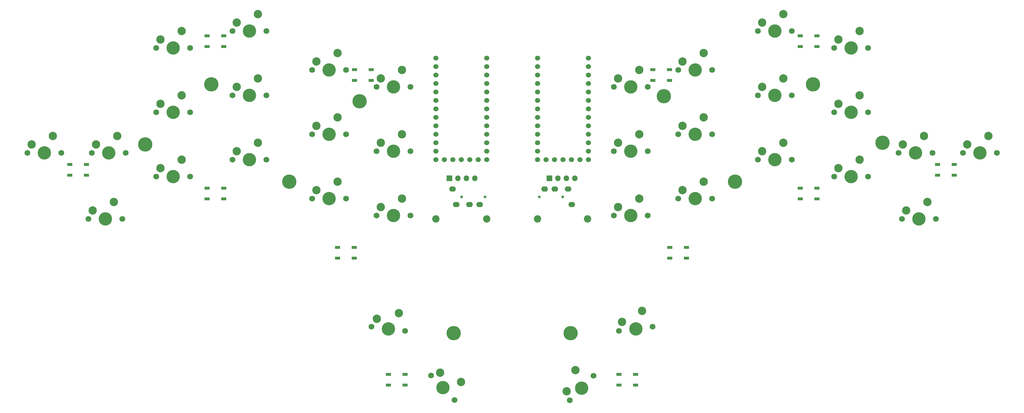
<source format=gbs>
G04 #@! TF.GenerationSoftware,KiCad,Pcbnew,7.0.1*
G04 #@! TF.CreationDate,2023-04-24T22:18:50+02:00*
G04 #@! TF.ProjectId,yeti,79657469-2e6b-4696-9361-645f70636258,rev?*
G04 #@! TF.SameCoordinates,Original*
G04 #@! TF.FileFunction,Soldermask,Bot*
G04 #@! TF.FilePolarity,Negative*
%FSLAX46Y46*%
G04 Gerber Fmt 4.6, Leading zero omitted, Abs format (unit mm)*
G04 Created by KiCad (PCBNEW 7.0.1) date 2023-04-24 22:18:50*
%MOMM*%
%LPD*%
G01*
G04 APERTURE LIST*
%ADD10C,1.750000*%
%ADD11C,4.000000*%
%ADD12C,2.500000*%
%ADD13C,4.300000*%
%ADD14R,1.700000X1.700000*%
%ADD15O,1.700000X1.700000*%
%ADD16C,0.800000*%
%ADD17O,2.000000X1.600000*%
%ADD18C,2.200000*%
%ADD19C,1.524000*%
%ADD20R,1.501140X0.899160*%
G04 APERTURE END LIST*
D10*
X66040000Y-44196000D03*
D11*
X71120000Y-44196000D03*
D10*
X76200000Y-44196000D03*
D12*
X67310000Y-41656000D03*
X73660000Y-39116000D03*
D10*
X43180000Y-68580000D03*
D11*
X48260000Y-68580000D03*
D10*
X53340000Y-68580000D03*
D12*
X44450000Y-66040000D03*
X50800000Y-63500000D03*
D13*
X195326000Y-44450000D03*
D10*
X125590820Y-128317572D03*
D11*
X129119685Y-131971818D03*
D10*
X132648550Y-135626064D03*
D12*
X128300160Y-127466701D03*
X134538363Y-130270077D03*
D10*
X265684000Y-61468000D03*
D11*
X270764000Y-61468000D03*
D10*
X275844000Y-61468000D03*
D12*
X266954000Y-58928000D03*
X273304000Y-56388000D03*
D10*
X89916000Y-36576000D03*
D11*
X94996000Y-36576000D03*
D10*
X100076000Y-36576000D03*
D12*
X91186000Y-34036000D03*
X97536000Y-31496000D03*
D14*
X161036000Y-69088000D03*
D15*
X163576000Y-69088000D03*
X166116000Y-69088000D03*
X168656000Y-69088000D03*
D10*
X223520000Y-44196000D03*
D11*
X228600000Y-44196000D03*
D10*
X233680000Y-44196000D03*
D12*
X224790000Y-41656000D03*
X231140000Y-39116000D03*
D16*
X141732000Y-74676000D03*
X134732000Y-74676000D03*
D17*
X132032000Y-72376000D03*
X133132000Y-76976000D03*
X137132000Y-76976000D03*
X140132000Y-76976000D03*
D10*
X246380000Y-68580000D03*
D11*
X251460000Y-68580000D03*
D10*
X256540000Y-68580000D03*
D12*
X247650000Y-66040000D03*
X254000000Y-63500000D03*
D13*
X240030000Y-40894000D03*
D10*
X266700000Y-81280000D03*
D11*
X271780000Y-81280000D03*
D10*
X276860000Y-81280000D03*
D12*
X267970000Y-78740000D03*
X274320000Y-76200000D03*
D10*
X43180000Y-29972000D03*
D11*
X48260000Y-29972000D03*
D10*
X53340000Y-29972000D03*
D12*
X44450000Y-27432000D03*
X50800000Y-24892000D03*
D13*
X260858000Y-58420000D03*
D18*
X157480000Y-81280000D03*
X172466000Y-81280000D03*
D10*
X23876000Y-61468000D03*
D11*
X28956000Y-61468000D03*
D10*
X34036000Y-61468000D03*
D12*
X25146000Y-58928000D03*
X31496000Y-56388000D03*
D10*
X66040000Y-63500000D03*
D11*
X71120000Y-63500000D03*
D10*
X76200000Y-63500000D03*
D12*
X67310000Y-60960000D03*
X73660000Y-58420000D03*
D10*
X109220000Y-41656000D03*
D11*
X114300000Y-41656000D03*
D10*
X119380000Y-41656000D03*
D12*
X110490000Y-39116000D03*
X116840000Y-36576000D03*
D10*
X43180000Y-49276000D03*
D11*
X48260000Y-49276000D03*
D10*
X53340000Y-49276000D03*
D12*
X44450000Y-46736000D03*
X50800000Y-44196000D03*
D10*
X199644000Y-75184000D03*
D11*
X204724000Y-75184000D03*
D10*
X209804000Y-75184000D03*
D12*
X200914000Y-72644000D03*
X207264000Y-70104000D03*
D13*
X59690000Y-40894000D03*
X216662000Y-70104000D03*
D14*
X131064000Y-69088000D03*
D15*
X133604000Y-69088000D03*
X136144000Y-69088000D03*
X138684000Y-69088000D03*
D10*
X223520000Y-24892000D03*
D11*
X228600000Y-24892000D03*
D10*
X233680000Y-24892000D03*
D12*
X224790000Y-22352000D03*
X231140000Y-19812000D03*
D16*
X158031500Y-74676000D03*
X165031500Y-74676000D03*
D17*
X167731500Y-76976000D03*
X166631500Y-72376000D03*
X162631500Y-72376000D03*
X159631500Y-72376000D03*
D19*
X127000000Y-33020000D03*
X127000000Y-35560000D03*
X127000000Y-38100000D03*
X127000000Y-40640000D03*
X127000000Y-43180000D03*
X127000000Y-45720000D03*
X127000000Y-48260000D03*
X127000000Y-50800000D03*
X127000000Y-53340000D03*
X127000000Y-55880000D03*
X127000000Y-58420000D03*
X127000000Y-60960000D03*
X127000000Y-63500000D03*
X129540000Y-63500000D03*
X132080000Y-63500000D03*
X134620000Y-63500000D03*
X137160000Y-63500000D03*
X139700000Y-63500000D03*
X142240000Y-63500000D03*
X142240000Y-60960000D03*
X142240000Y-58420000D03*
X142240000Y-55880000D03*
X142240000Y-53340000D03*
X142240000Y-50800000D03*
X142240000Y-48260000D03*
X142240000Y-45720000D03*
X142240000Y-43180000D03*
X142240000Y-40640000D03*
X142240000Y-38100000D03*
X142240000Y-35560000D03*
X142240000Y-33020000D03*
D10*
X109220000Y-80264000D03*
D11*
X114300000Y-80264000D03*
D10*
X119380000Y-80264000D03*
D12*
X110490000Y-77724000D03*
X116840000Y-75184000D03*
D10*
X246380000Y-29972000D03*
D11*
X251460000Y-29972000D03*
D10*
X256540000Y-29972000D03*
D12*
X247650000Y-27432000D03*
X254000000Y-24892000D03*
D10*
X109220000Y-60960000D03*
D11*
X114300000Y-60960000D03*
D10*
X119380000Y-60960000D03*
D12*
X110490000Y-58420000D03*
X116840000Y-55880000D03*
D10*
X223520000Y-63500000D03*
D11*
X228600000Y-63500000D03*
D10*
X233680000Y-63500000D03*
D12*
X224790000Y-60960000D03*
X231140000Y-58420000D03*
D10*
X180340000Y-60960000D03*
D11*
X185420000Y-60960000D03*
D10*
X190500000Y-60960000D03*
D12*
X181610000Y-58420000D03*
X187960000Y-55880000D03*
D19*
X157480000Y-33020000D03*
X157480000Y-35560000D03*
X157480000Y-38100000D03*
X157480000Y-40640000D03*
X157480000Y-43180000D03*
X157480000Y-45720000D03*
X157480000Y-48260000D03*
X157480000Y-50800000D03*
X157480000Y-53340000D03*
X157480000Y-55880000D03*
X157480000Y-58420000D03*
X157480000Y-60960000D03*
X157480000Y-63500000D03*
X160020000Y-63500000D03*
X162560000Y-63500000D03*
X165100000Y-63500000D03*
X167640000Y-63500000D03*
X170180000Y-63500000D03*
X172720000Y-63500000D03*
X172720000Y-60960000D03*
X172720000Y-58420000D03*
X172720000Y-55880000D03*
X172720000Y-53340000D03*
X172720000Y-50800000D03*
X172720000Y-48260000D03*
X172720000Y-45720000D03*
X172720000Y-43180000D03*
X172720000Y-40640000D03*
X172720000Y-38100000D03*
X172720000Y-35560000D03*
X172720000Y-33020000D03*
D10*
X246380000Y-49276000D03*
D11*
X251460000Y-49276000D03*
D10*
X256540000Y-49276000D03*
D12*
X247650000Y-46736000D03*
X254000000Y-44196000D03*
D10*
X89916000Y-75184000D03*
D11*
X94996000Y-75184000D03*
D10*
X100076000Y-75184000D03*
D12*
X91186000Y-72644000D03*
X97536000Y-70104000D03*
D10*
X180340000Y-41656000D03*
D11*
X185420000Y-41656000D03*
D10*
X190500000Y-41656000D03*
D12*
X181610000Y-39116000D03*
X187960000Y-36576000D03*
D10*
X284988000Y-61468000D03*
D11*
X290068000Y-61468000D03*
D10*
X295148000Y-61468000D03*
D12*
X286258000Y-58928000D03*
X292608000Y-56388000D03*
D13*
X83058000Y-70104000D03*
D18*
X142240000Y-81280000D03*
X127000000Y-81280000D03*
D10*
X66040000Y-24892000D03*
D11*
X71120000Y-24892000D03*
D10*
X76200000Y-24892000D03*
D12*
X67310000Y-22352000D03*
X73660000Y-19812000D03*
D10*
X107733866Y-113680904D03*
D11*
X112776000Y-114300000D03*
D10*
X117818134Y-114919096D03*
D12*
X109303947Y-111314611D03*
X115916163Y-109567414D03*
D13*
X104140000Y-45974000D03*
D10*
X199644000Y-36576000D03*
D11*
X204724000Y-36576000D03*
D10*
X209804000Y-36576000D03*
D12*
X200914000Y-34036000D03*
X207264000Y-31496000D03*
D10*
X22860000Y-81280000D03*
D11*
X27940000Y-81280000D03*
D10*
X33020000Y-81280000D03*
D12*
X24130000Y-78740000D03*
X30480000Y-76200000D03*
D10*
X199644000Y-55880000D03*
D11*
X204724000Y-55880000D03*
D10*
X209804000Y-55880000D03*
D12*
X200914000Y-53340000D03*
X207264000Y-50800000D03*
D10*
X4572000Y-61468000D03*
D11*
X9652000Y-61468000D03*
D10*
X14732000Y-61468000D03*
D12*
X5842000Y-58928000D03*
X12192000Y-56388000D03*
D13*
X39878000Y-58928000D03*
D10*
X89916000Y-55880000D03*
D11*
X94996000Y-55880000D03*
D10*
X100076000Y-55880000D03*
D12*
X91186000Y-53340000D03*
X97536000Y-50800000D03*
D13*
X167386000Y-115570000D03*
D10*
X167186270Y-135734246D03*
D11*
X170715135Y-132080000D03*
D10*
X174244000Y-128425754D03*
D12*
X166241364Y-133056252D03*
X168825321Y-126724012D03*
D13*
X132334000Y-115570000D03*
D10*
X181901866Y-114919096D03*
D11*
X186944000Y-114300000D03*
D10*
X191986134Y-113680904D03*
D12*
X182852851Y-112243255D03*
X188845971Y-108948317D03*
D10*
X180340000Y-80264000D03*
D11*
X185420000Y-80264000D03*
D10*
X190500000Y-80264000D03*
D12*
X181610000Y-77724000D03*
X187960000Y-75184000D03*
D20*
X241259360Y-26339800D03*
X241259360Y-29540200D03*
X236260640Y-29540200D03*
X236260640Y-26339800D03*
X102575360Y-89839800D03*
X102575360Y-93040200D03*
X97576640Y-93040200D03*
X97576640Y-89839800D03*
X202143360Y-89839800D03*
X202143360Y-93040200D03*
X197144640Y-93040200D03*
X197144640Y-89839800D03*
X63459360Y-26339800D03*
X63459360Y-29540200D03*
X58460640Y-29540200D03*
X58460640Y-26339800D03*
X22311360Y-64947800D03*
X22311360Y-68148200D03*
X17312640Y-68148200D03*
X17312640Y-64947800D03*
X241259360Y-72059800D03*
X241259360Y-75260200D03*
X236260640Y-75260200D03*
X236260640Y-72059800D03*
X107655360Y-36499800D03*
X107655360Y-39700200D03*
X102656640Y-39700200D03*
X102656640Y-36499800D03*
X197063360Y-36499800D03*
X197063360Y-39700200D03*
X192064640Y-39700200D03*
X192064640Y-36499800D03*
X117815360Y-127939800D03*
X117815360Y-131140200D03*
X112816640Y-131140200D03*
X112816640Y-127939800D03*
X282407360Y-64947800D03*
X282407360Y-68148200D03*
X277408640Y-68148200D03*
X277408640Y-64947800D03*
X186903360Y-127939800D03*
X186903360Y-131140200D03*
X181904640Y-131140200D03*
X181904640Y-127939800D03*
X63459360Y-72059800D03*
X63459360Y-75260200D03*
X58460640Y-75260200D03*
X58460640Y-72059800D03*
M02*

</source>
